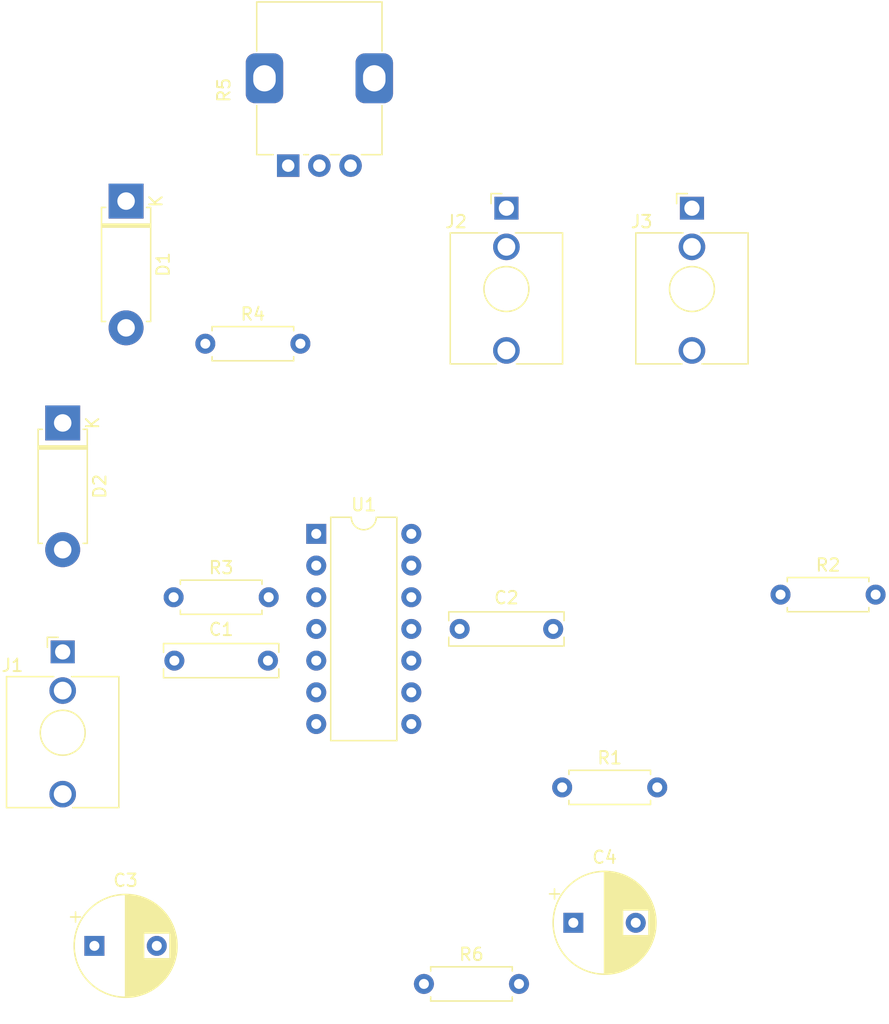
<source format=kicad_pcb>
(kicad_pcb (version 20211014) (generator pcbnew)
  (layers (0 "F.Cu" signal) (31 "B.Cu" signal) (34 "B.Paste" user) (35 "F.Paste" user) (36 "B.SilkS" user "B.Silkscreen") (37 "F.SilkS" user "F.Silkscreen") (38 "B.Mask" user) (39 "F.Mask" user) (44 "Edge.Cuts" user))
  (net 0 "")
  (net 1 "+12V")
  (net 2 "Net-(C1-Pad2)")
  (net 3 "Net-(C2-Pad1)")
  (net 4 "-12V")
  (net 5 "Net-(C3-Pad1)")
  (net 6 "Net-(C3-Pad2)")
  (net 7 "Net-(C4-Pad1)")
  (net 8 "Net-(C4-Pad2)")
  (net 9 "Net-(D1-Pad2)")
  (net 10 "GND")
  (net 11 "preamp out")
  (net 12 "Net-(R1-Pad1)")
  (net 13 "Net-(R4-Pad2)")
  (net 15 "preamp1")
  (footprint "Capacitor_THT:CP_Radial_D8.0mm_P5.00mm" (layer "F.Cu") (at 170.464698 97.21)
    (fp_text reference "C4" (at 2.5 -5.25) (layer "F.SilkS"))
    (fp_text value "10uF")
    (fp_line (start 4.461 1.04) (end 4.461 3.584) (layer "F.SilkS") (width 0.12))
    (fp_line (start 3.381 -3.985) (end 3.381 3.985) (layer "F.SilkS") (width 0.12))
    (fp_line (start 5.541 -2.741) (end 5.541 -1.04) (layer "F.SilkS") (width 0.12))
    (fp_line (start 5.061 -3.189) (end 5.061 -1.04) (layer "F.SilkS") (width 0.12))
    (fp_line (start 2.62 -4.079) (end 2.62 4.079) (layer "F.SilkS") (width 0.12))
    (fp_line (start 3.541 -3.947) (end 3.541 3.947) (layer "F.SilkS") (width 0.12))
    (fp_line (start 2.54 -4.08) (end 2.54 4.08) (layer "F.SilkS") (width 0.12))
    (fp_line (start 2.86 -4.065) (end 2.86 4.065) (layer "F.SilkS") (width 0.12))
    (fp_line (start -1.509698 -2.715) (end -1.509698 -1.915) (layer "F.SilkS") (width 0.12))
    (fp_line (start 4.541 1.04) (end 4.541 3.54) (layer "F.SilkS") (width 0.12))
    (fp_line (start 4.501 -3.562) (end 4.501 -1.04) (layer "F.SilkS") (width 0.12))
    (fp_line (start 5.301 -2.983) (end 5.301 -1.04) (layer "F.SilkS") (width 0.12))
    (fp_line (start 3.581 -3.936) (end 3.581 3.936) (layer "F.SilkS") (width 0.12))
    (fp_line (start 2.5 -4.08) (end 2.5 4.08) (layer "F.SilkS") (width 0.12))
    (fp_line (start 5.861 -2.345) (end 5.861 -1.04) (layer "F.SilkS") (width 0.12))
    (fp_line (start 4.941 1.04) (end 4.941 3.28) (layer "F.SilkS") (width 0.12))
    (fp_line (start 6.461 -1.098) (end 6.461 1.098) (layer "F.SilkS") (width 0.12))
    (fp_line (start 5.941 -2.228) (end 5.941 -1.04) (layer "F.SilkS") (width 0.12))
    (fp_line (start 6.101 -1.964) (end 6.101 1.964) (layer "F.SilkS") (width 0.12))
    (fp_line (start 4.981 1.04) (end 4.981 3.25) (layer "F.SilkS") (width 0.12))
    (fp_line (start 5.181 -3.09) (end 5.181 -1.04) (layer "F.SilkS") (width 0.12))
    (fp_line (start 5.141 -3.124) (end 5.141 -1.04) (layer "F.SilkS") (width 0.12))
    (fp_line (start 4.421 -3.606) (end 4.421 -1.04) (layer "F.SilkS") (width 0.12))
    (fp_line (start 4.061 -3.774) (end 4.061 -1.04) (layer "F.SilkS") (width 0.12))
    (fp_line (start 5.981 1.04) (end 5.981 2.166) (layer "F.SilkS") (width 0.12))
    (fp_line (start 5.981 -2.166) (end 5.981 -1.04) (layer "F.SilkS") (width 0.12))
    (fp_line (start 4.741 1.04) (end 4.741 3.418) (layer "F.SilkS") (width 0.12))
    (fp_line (start 5.261 1.04) (end 5.261 3.019) (layer "F.SilkS") (width 0.12))
    (fp_line (start 4.141 -3.74) (end 4.141 -1.04) (layer "F.SilkS") (width 0.12))
    (fp_line (start 2.94 -4.057) (end 2.94 4.057) (layer "F.SilkS") (width 0.12))
    (fp_line (start 5.101 -3.156) (end 5.101 -1.04) (layer "F.SilkS") (width 0.12))
    (fp_line (start 4.781 1.04) (end 4.781 3.392) (layer "F.SilkS") (width 0.12))
    (fp_line (start 6.021 -2.102) (end 6.021 -1.04) (layer "F.SilkS") (width 0.12))
    (fp_line (start 3.301 -4.002) (end 3.301 4.002) (layer "F.SilkS") (width 0.12))
    (fp_line (start 5.621 -2.651) (end 5.621 -1.04) (layer "F.SilkS") (width 0.12))
    (fp_line (start 5.541 1.04) (end 5.541 2.741) (layer "F.SilkS") (width 0.12))
    (fp_line (start 4.061 1.04) (end 4.061 3.774) (layer "F.SilkS") (width 0.12))
    (fp_line (start 5.461 1.04) (end 5.461 2.826) (layer "F.SilkS") (width 0.12))
    (fp_line (start 5.261 -3.019) (end 5.261 -1.04) (layer "F.SilkS") (width 0.12))
    (fp_line (start 3.661 -3.914) (end 3.661 3.914) (layer "F.SilkS") (width 0.12))
    (fp_line (start 5.381 -2.907) (end 5.381 -1.04) (layer "F.SilkS") (width 0.12))
    (fp_line (start 4.101 1.04) (end 4.101 3.757) (layer "F.SilkS") (width 0.12))
    (fp_line (start 5.701 1.04) (end 5.701 2.556) (layer "F.SilkS") (width 0.12))
    (fp_line (start 4.301 -3.666) (end 4.301 -1.04) (layer "F.SilkS") (width 0.12))
    (fp_line (start 5.221 1.04) (end 5.221 3.055) (layer "F.SilkS") (width 0.12))
    (fp_line (start 4.021 -3.79) (end 4.021 -1.04) (layer "F.SilkS") (width 0.12))
    (fp_line (start 3.781 -3.877) (end 3.781 3.877) (layer "F.SilkS") (width 0.12))
    (fp_line (start 4.021 1.04) (end 4.021 3.79) (layer "F.SilkS") (width 0.12))
    (fp_line (start 3.741 -3.889) (end 3.741 3.889) (layer "F.SilkS") (width 0.12))
    (fp_line (start 6.261 -1.645) (end 6.261 1.645) (layer "F.SilkS") (width 0.12))
    (fp_line (start 4.861 1.04) (end 4.861 3.338) (layer "F.SilkS") (width 0.12))
    (fp_line (start 6.581 -0.533) (end 6.581 0.533) (layer "F.SilkS") (width 0.12))
    (fp_line (start 5.101 1.04) (end 5.101 3.156) (layer "F.SilkS") (width 0.12))
    (fp_line (start 5.501 -2.784) (end 5.501 -1.04) (layer "F.SilkS") (width 0.12))
    (fp_line (start 5.461 -2.826) (end 5.461 -1.04) (layer "F.SilkS") (width 0.12))
    (fp_line (start 4.421 1.04) (end 4.421 3.606) (layer "F.SilkS") (width 0.12))
    (fp_line (start 5.861 1.04) (end 5.861 2.345) (layer "F.SilkS") (width 0.12))
    (fp_line (start 6.421 -1.229) (end 6.421 1.229) (layer "F.SilkS") (width 0.12))
    (fp_line (start 4.301 1.04) (end 4.301 3.666) (layer "F.SilkS") (width 0.12))
    (fp_line (start 5.821 1.04) (end 5.821 2.4) (layer "F.SilkS") (width 0.12))
    (fp_line (start 4.621 -3.493) (end 4.621 -1.04) (layer "F.SilkS") (width 0.12))
    (fp_line (start 4.981 -3.25) (end 4.981 -1.04) (layer "F.SilkS") (width 0.12))
    (fp_line (start 4.661 1.04) (end 4.661 3.469) (layer "F.SilkS") (width 0.12))
    (fp_line (start 4.701 1.04) (end 4.701 3.444) (layer "F.SilkS") (width 0.12))
    (fp_line (start 5.581 1.04) (end 5.581 2.697) (layer "F.SilkS") (width 0.12))
    (fp_line (start 3.861 -3.85) (end 3.861 3.85) (layer "F.SilkS") (width 0.12))
    (fp_line (start 4.821 1.04) (end 4.821 3.365) (layer "F.SilkS") (width 0.12))
    (fp_line (start 4.621 1.04) (end 4.621 3.493) (layer "F.SilkS") (width 0.12))
    (fp_line (start 6.541 -0.768) (end 6.541 0.768) (layer "F.SilkS") (width 0.12))
    (fp_line (start 2.82 -4.068) (end 2.82 4.068) (layer "F.SilkS") (width 0.12))
    (fp_line (start 3.14 -4.03) (end 3.14 4.03) (layer "F.SilkS") (width 0.12))
    (fp_line (start 3.261 -4.01) (end 3.261 4.01) (layer "F.SilkS") (width 0.12))
    (fp_line (start 4.781 -3.392) (end 4.781 -1.04) (layer "F.SilkS") (width 0.12))
    (fp_line (start 5.901 -2.287) (end 5.901 -1.04) (layer "F.SilkS") (width 0.12))
    (fp_line (start 5.741 -2.505) (end 5.741 -1.04) (layer "F.SilkS") (width 0.12))
    (fp_line (start 5.501 1.04) (end 5.501 2.784) (layer "F.SilkS") (width 0.12))
    (fp_line (start 4.501 1.04) (end 4.501 3.562) (layer "F.SilkS") (width 0.12))
    (fp_line (start 4.541 -3.54) (end 4.541 -1.04) (layer "F.SilkS") (width 0.12))
    (fp_line (start 2.78 -4.071) (end 2.78 4.071) (layer "F.SilkS") (width 0.12))
    (fp_line (start 5.581 -2.697) (end 5.581 -1.04) (layer "F.SilkS") (width 0.12))
    (fp_line (start 5.141 1.04) (end 5.141 3.124) (layer "F.SilkS") (width 0.12))
    (fp_line (start 5.661 1.04) (end 5.661 2.604) (layer "F.SilkS") (width 0.12))
    (fp_line (start 3.821 -3.863) (end 3.821 3.863) (layer "F.SilkS") (width 0.12))
    (fp_line (start -1.909698 -2.315) (end -1.109698 -2.315) (layer "F.SilkS") (width 0.12))
    (fp_line (start 3.421 -3.976) (end 3.421 3.976) (layer "F.SilkS") (width 0.12))
    (fp_line (start 5.701 -2.556) (end 5.701 -1.04) (layer "F.SilkS") (width 0.12))
    (fp_line (start 4.261 1.04) (end 4.261 3.686) (layer "F.SilkS") (width 0.12))
    (fp_line (start 4.581 -3.517) (end 4.581 -1.04) (layer "F.SilkS") (width 0.12))
    (fp_line (start 4.341 -3.647) (end 4.341 -1.04) (layer "F.SilkS") (width 0.12))
    (fp_line (start 4.901 1.04) (end 4.901 3.309) (layer "F.SilkS") (width 0.12))
    (fp_line (start 2.58 -4.08) (end 2.58 4.08) (layer "F.SilkS") (width 0.12))
    (fp_line (start 4.381 -3.627) (end 4.381 -1.04) (layer "F.SilkS") (width 0.12))
    (fp_line (start 3.341 -3.994) (end 3.341 3.994) (layer "F.SilkS") (width 0.12))
    (fp_line (start 3.461 -3.967) (end 3.461 3.967) (layer "F.SilkS") (width 0.12))
    (fp_line (start 4.901 -3.309) (end 4.901 -1.04) (layer "F.SilkS") (width 0.12))
    (fp_line (start 3.02 -4.048) (end 3.02 4.048) (layer "F.SilkS") (width 0.12))
    (fp_line (start 4.661 -3.469) (end 4.661 -1.04) (layer "F.SilkS") (width 0.12))
    (fp_line (start 4.461 -3.584) (end 4.461 -1.04) (layer "F.SilkS") (width 0.12))
    (fp_line (start 2.98 -4.052) (end 2.98 4.052) (layer "F.SilkS") (width 0.12))
    (fp_line (start 3.221 -4.017) (end 3.221 4.017) (layer "F.SilkS") (width 0.12))
    (fp_line (start 2.74 -4.074) (end 2.74 4.074) (layer "F.SilkS") (width 0.12))
    (fp_line (start 4.101 -3.757) (end 4.101 -1.04) (layer "F.SilkS") (width 0.12))
    (fp_line (start 3.1 -4.037) (end 3.1 4.037) (layer "F.SilkS") (width 0.12))
    (fp_line (start 4.821 -3.365) (end 4.821 -1.04) (layer "F.SilkS") (width 0.12))
    (fp_line (start 6.141 -1.89) (end 6.141 1.89) (layer "F.SilkS") (width 0.12))
    (fp_line (start 3.621 -3.925) (end 3.621 3.925) (layer "F.SilkS") (width 0.12))
    (fp_line (start 5.341 1.04) (end 5.341 2.945) (layer "F.SilkS") (width 0.12))
    (fp_line (start 4.581 1.04) (end 4.581 3.517) (layer "F.SilkS") (width 0.12))
    (fp_line (start 5.021 1.04) (end 5.021 3.22) (layer "F.SilkS") (width 0.12))
    (fp_line (start 4.221 -3.704) (end 4.221 -1.04) (layer "F.SilkS") (width 0.12))
    (fp_line (start 6.061 -2.034) (end 6.061 2.034) (layer "F.SilkS") (width 0.12))
    (fp_line (start 5.621 1.04) (end 5.621 2.651) (layer "F.SilkS") (width 0.12))
    (fp_line (start 3.981 1.04) (end 3.981 3.805) (layer "F.SilkS") (width 0.12))
    (fp_line (start 4.701 -3.444) (end 4.701 -1.04) (layer "F.SilkS") (width 0.12))
    (fp_line (start 5.341 -2.945) (end 5.341 -1.04) (layer "F.SilkS") (width 0.12))
    (fp_line (start 6.301 -1.552) (end 6.301 1.552) (layer "F.SilkS") (width 0.12))
    (fp_line (start 6.221 -1.731) (end 6.221 1.731) (layer "F.SilkS") (width 0.12))
    (fp_line (start 5.421 1.04) (end 5.421 2.867) (layer "F.SilkS") (width 0.12))
    (fp_line (start 3.06 -4.042) (end 3.06 4.042) (layer "F.SilkS") (width 0.12))
    (fp_line (start 4.341 1.04) (end 4.341 3.647) (layer "F.SilkS") (width 0.12))
    (fp_line (start 2.7 -4.076) (end 2.7 4.076) (layer "F.SilkS") (width 0.12))
    (fp_line (start 5.061 1.04) (end 5.061 3.189) (layer "F.SilkS") (width 0.12))
    (fp_line (start 5.781 1.04) (end 5.781 2.454) (layer "F.SilkS") (width 0.12))
    (fp_line (start 4.181 1.04) (end 4.181 3.722) (layer "F.SilkS") (width 0.12))
    (fp_line (start 2.66 -4.077) (end 2.66 4.077) (layer "F.SilkS") (width 0.12))
    (fp_line (start 5.821 -2.4) (end 5.821 -1.04) (layer "F.SilkS") (width 0.12))
    (fp_line (start 5.781 -2.454) (end 5.781 -1.04) (layer "F.SilkS") (width 0.12))
    (fp_line (start 6.341 -1.453) (end 6.341 1.453) (layer "F.SilkS") (width 0.12))
    (fp_line (start 3.701 -3.902) (end 3.701 3.902) (layer "F.SilkS") (width 0.12))
    (fp_line (start 5.661 -2.604) (end 5.661 -1.04) (layer "F.SilkS") (width 0.12))
    (fp_line (start 5.381 1.04) (end 5.381 2.907) (layer "F.SilkS") (width 0.12))
    (fp_line (start 3.941 -3.821) (end 3.941 3.821) (layer "F.SilkS") (width 0.12))
    (fp_line (start 4.181 -3.722) (end 4.181 -1.04) (layer "F.SilkS") (width 0.12))
    (fp_line (start 4.221 1.04) (end 4.221 3.704) (layer "F.SilkS") (width 0.12))
    (fp_line (start 6.021 1.04) (end 6.021 2.102) (layer "F.SilkS") (width 0.12))
    (fp_line (start 2.9 -4.061) (end 2.9 4.061) (layer "F.SilkS") (width 0.12))
    (fp_line (start 4.381 1.04) (end 4.381 3.627) (layer "F.SilkS") (width 0.12))
    (fp_line (start 3.501 -3.957) (end 3.501 3.957) (layer "F.SilkS") (width 0.12))
    (fp_line (start 5.021 -3.22) (end 5.021 -1.04) (layer "F.SilkS") (width 0.12))
    (fp_line (start 3.18 -4.024) (end 3.18 4.024) (layer "F.SilkS") (width 0.12))
    (fp_line (start 6.501 -0.948) (end 6.501 0.948) (layer "F.SilkS") (width 0.12))
    (fp_line (start 4.261 -3.686) (end 4.261 -1.04) (layer "F.SilkS") (width 0.12))
    (fp_line (start 5.741 1.04) (end 5.741 2.505) (layer "F.SilkS") (width 0.12))
    (fp_line (start 3.901 -3.835) (end 3.901 3.835) (layer "F.SilkS") (width 0.12))
    (fp_line (start 5.901 1.04) (end 5.901 2.287) (layer "F.SilkS") (width 0.12))
    (fp_line (start 4.741 -3.418) (end 4.741 -1.04) (layer "F.SilkS") (width 0.12))
    (fp_line (start 4.861 -3.338) (end 4.861 -1.04) (layer "F.SilkS") (width 0.12))
    (fp_line (start 5.941 1.04) (end 5.941 2.228) (layer "F.SilkS") (width 0.12))
    (fp_line (start 5.301 1.04) (end 5.301 2.983) (layer "F.SilkS") (width 0.12))
    (fp_line (start 4.941 -3.28) (end 4.941 -1.04) (layer "F.SilkS") (width 0.12))
    (fp_line (start 5.421 -2.867) (end 5.421 -1.04) (layer "F.SilkS") (width 0.12))
    (fp_line (start 5.221 -3.055) (end 5.221 -1.04) (layer "F.SilkS") (width 0.12))
    (fp_line (start 3.981 -3.805) (end 3.981 -1.04) (layer "F.SilkS") (width 0.12))
    (fp_line (start 6.181 -1.813) (end 6.181 1.813) (layer "F.SilkS") (width 0.12))
    (fp_line (start 5.181 1.04) (end 5.181 3.09) (layer "F.SilkS") (width 0.12))
    (fp_line (start 4.141 1.04) (end 4.141 3.74) (layer "F.SilkS") (width 0.12))
    (fp_line (start 6.381 -1.346) (end 6.381 1.346) (layer "F.SilkS") (width 0.12))
    (fp_circle (center 2.5 0) (end 6.62 0) (layer "F.SilkS") (width 0.12) (fill none))
    (pad "1" thru_hole rect (at 0 0) (size 1.6 1.6) (drill 0.8) (layers *.Cu *.Mask) (net 7 "Net-(C4-Pad1)"))
    (pad "2" thru_hole circle (at 5 0) (size 1.6 1.6) (drill 0.8) (layers *.Cu *.Mask) (net 8 "Net-(C4-Pad2)"))
  )
  (footprint "Capacitor_THT:C_Rect_L9.0mm_W2.5mm_P7.50mm_MKT" (layer "F.Cu") (at 138.49 76.2)
    (fp_text reference "C1" (at 3.75 -2.5) (layer "F.SilkS"))
    (fp_text value "100nF")
    (fp_line (start 8.37 0.665) (end 8.37 1.37) (layer "F.SilkS") (width 0.12))
    (fp_line (start -0.87 -1.37) (end 8.37 -1.37) (layer "F.SilkS") (width 0.12))
    (fp_line (start -0.87 -1.37) (end -0.87 -0.665) (layer "F.SilkS") (width 0.12))
    (fp_line (start -0.87 1.37) (end 8.37 1.37) (layer "F.SilkS") (width 0.12))
    (fp_line (start -0.87 0.665) (end -0.87 1.37) (layer "F.SilkS") (width 0.12))
    (fp_line (start 8.37 -1.37) (end 8.37 -0.665) (layer "F.SilkS") (width 0.12))
    (pad "1" thru_hole circle (at 0 0) (size 1.6 1.6) (drill 0.8) (layers *.Cu *.Mask) (net 1 "+12V"))
    (pad "2" thru_hole circle (at 7.5 0) (size 1.6 1.6) (drill 0.8) (layers *.Cu *.Mask) (net 2 "Net-(C1-Pad2)"))
  )
  (footprint "Resistor_THT:R_Axial_DIN0207_L6.3mm_D2.5mm_P7.62mm_Horizontal" (layer "F.Cu") (at 140.97 50.8)
    (fp_text reference "R4" (at 3.81 -2.37) (layer "F.SilkS"))
    (fp_text value "1k")
    (fp_line (start 0.54 1.37) (end 7.08 1.37) (layer "F.SilkS") (width 0.12))
    (fp_line (start 0.54 -1.37) (end 7.08 -1.37) (layer "F.SilkS") (width 0.12))
    (fp_line (start 0.54 -1.04) (end 0.54 -1.37) (layer "F.SilkS") (width 0.12))
    (fp_line (start 0.54 1.04) (end 0.54 1.37) (layer "F.SilkS") (width 0.12))
    (fp_line (start 7.08 -1.37) (end 7.08 -1.04) (layer "F.SilkS") (width 0.12))
    (fp_line (start 7.08 1.37) (end 7.08 1.04) (layer "F.SilkS") (width 0.12))
    (pad "1" thru_hole circle (at 0 0) (size 1.6 1.6) (drill 0.8) (layers *.Cu *.Mask) (net 9 "Net-(D1-Pad2)"))
    (pad "2" thru_hole oval (at 7.62 0) (size 1.6 1.6) (drill 0.8) (layers *.Cu *.Mask) (net 13 "Net-(R4-Pad2)"))
  )
  (footprint "Package_DIP:DIP-14_W7.62mm" (layer "F.Cu") (at 149.86 66.04)
    (fp_text reference "U1" (at 3.81 -2.33) (layer "F.SilkS"))
    (fp_text value "TL074")
    (fp_line (start 1.16 16.57) (end 6.46 16.57) (layer "F.SilkS") (width 0.12))
    (fp_line (start 6.46 16.57) (end 6.46 -1.33) (layer "F.SilkS") (width 0.12))
    (fp_line (start 2.81 -1.33) (end 1.16 -1.33) (layer "F.SilkS") (width 0.12))
    (fp_line (start 1.16 -1.33) (end 1.16 16.57) (layer "F.SilkS") (width 0.12))
    (fp_line (start 6.46 -1.33) (end 4.81 -1.33) (layer "F.SilkS") (width 0.12))
    (fp_arc (start 4.81 -1.33) (mid 3.81 -0.33) (end 2.81 -1.33) (layer "F.SilkS") (width 0.12))
    (pad "1" thru_hole rect (at 0 0) (size 1.6 1.6) (drill 0.8) (layers *.Cu *.Mask) (net 7 "Net-(C4-Pad1)"))
    (pad "2" thru_hole oval (at 0 2.54) (size 1.6 1.6) (drill 0.8) (layers *.Cu *.Mask))
    (pad "3" thru_hole oval (at 0 5.08) (size 1.6 1.6) (drill 0.8) (layers *.Cu *.Mask) (net 10 "GND"))
    (pad "4" thru_hole oval (at 0 7.62) (size 1.6 1.6) (drill 0.8) (layers *.Cu *.Mask) (net 2 "Net-(C1-Pad2)"))
    (pad "5" thru_hole oval (at 0 10.16) (size 1.6 1.6) (drill 0.8) (layers *.Cu *.Mask))
    (pad "6" thru_hole oval (at 0 12.7) (size 1.6 1.6) (drill 0.8) (layers *.Cu *.Mask))
    (pad "7" thru_hole oval (at 0 15.24) (size 1.6 1.6) (drill 0.8) (layers *.Cu *.Mask))
    (pad "8" thru_hole oval (at 7.62 15.24) (size 1.6 1.6) (drill 0.8) (layers *.Cu *.Mask))
    (pad "9" thru_hole oval (at 7.62 12.7) (size 1.6 1.6) (drill 0.8) (layers *.Cu *.Mask))
    (pad "10" thru_hole oval (at 7.62 10.16) (size 1.6 1.6) (drill 0.8) (layers *.Cu *.Mask))
    (pad "11" thru_hole oval (at 7.62 7.62) (size 1.6 1.6) (drill 0.8) (layers *.Cu *.Mask) (net 3 "Net-(C2-Pad1)"))
    (pad "12" thru_hole oval (at 7.62 5.08) (size 1.6 1.6) (drill 0.8) (layers *.Cu *.Mask) (net 15 "preamp1"))
    (pad "13" thru_hole oval (at 7.62 2.54) (size 1.6 1.6) (drill 0.8) (layers *.Cu *.Mask) (net 12 "Net-(R1-Pad1)"))
    (pad "14" thru_hole oval (at 7.62 0) (size 1.6 1.6) (drill 0.8) (layers *.Cu *.Mask) (net 5 "Net-(C3-Pad1)"))
  )
  (footprint "Resistor_THT:R_Axial_DIN0207_L6.3mm_D2.5mm_P7.62mm_Horizontal" (layer "F.Cu") (at 138.43 71.12)
    (fp_text reference "R3" (at 3.81 -2.37) (layer "F.SilkS"))
    (fp_text value "1M")
    (fp_line (start 0.54 -1.04) (end 0.54 -1.37) (layer "F.SilkS") (width 0.12))
    (fp_line (start 7.08 1.37) (end 7.08 1.04) (layer "F.SilkS") (width 0.12))
    (fp_line (start 0.54 1.04) (end 0.54 1.37) (layer "F.SilkS") (width 0.12))
    (fp_line (start 0.54 1.37) (end 7.08 1.37) (layer "F.SilkS") (width 0.12))
    (fp_line (start 7.08 -1.37) (end 7.08 -1.04) (layer "F.SilkS") (width 0.12))
    (fp_line (start 0.54 -1.37) (end 7.08 -1.37) (layer "F.SilkS") (width 0.12))
    (pad "1" thru_hole circle (at 0 0) (size 1.6 1.6) (drill 0.8) (layers *.Cu *.Mask) (net 9 "Net-(D1-Pad2)"))
    (pad "2" thru_hole oval (at 7.62 0) (size 1.6 1.6) (drill 0.8) (layers *.Cu *.Mask) (net 10 "GND"))
  )
  (footprint "Resistor_THT:R_Axial_DIN0207_L6.3mm_D2.5mm_P7.62mm_Horizontal" (layer "F.Cu") (at 187.07 70.91)
    (fp_text reference "R2" (at 3.81 -2.37) (layer "F.SilkS"))
    (fp_text value "1k")
    (fp_line (start 0.54 1.04) (end 0.54 1.37) (layer "F.SilkS") (width 0.12))
    (fp_line (start 7.08 1.37) (end 7.08 1.04) (layer "F.SilkS") (width 0.12))
    (fp_line (start 0.54 1.37) (end 7.08 1.37) (layer "F.SilkS") (width 0.12))
    (fp_line (start 0.54 -1.37) (end 7.08 -1.37) (layer "F.SilkS") (width 0.12))
    (fp_line (start 7.08 -1.37) (end 7.08 -1.04) (layer "F.SilkS") (width 0.12))
    (fp_line (start 0.54 -1.04) (end 0.54 -1.37) (layer "F.SilkS") (width 0.12))
    (pad "1" thru_hole circle (at 0 0) (size 1.6 1.6) (drill 0.8) (layers *.Cu *.Mask) (net 12 "Net-(R1-Pad1)"))
    (pad "2" thru_hole oval (at 7.62 0) (size 1.6 1.6) (drill 0.8) (layers *.Cu *.Mask) (net 5 "Net-(C3-Pad1)"))
  )
  (footprint "Resistor_THT:R_Axial_DIN0207_L6.3mm_D2.5mm_P7.62mm_Horizontal" (layer "F.Cu") (at 169.57 86.36)
    (fp_text reference "R1" (at 3.81 -2.37) (layer "F.SilkS"))
    (fp_text value "1k")
    (fp_line (start 0.54 1.04) (end 0.54 1.37) (layer "F.SilkS") (width 0.12))
    (fp_line (start 0.54 1.37) (end 7.08 1.37) (layer "F.SilkS") (width 0.12))
    (fp_line (start 0.54 -1.37) (end 7.08 -1.37) (layer "F.SilkS") (width 0.12))
    (fp_line (start 7.08 1.37) (end 7.08 1.04) (layer "F.SilkS") (width 0.12))
    (fp_line (start 7.08 -1.37) (end 7.08 -1.04) (layer "F.SilkS") (width 0.12))
    (fp_line (start 0.54 -1.04) (end 0.54 -1.37) (layer "F.SilkS") (width 0.12))
    (pad "1" thru_hole circle (at 0 0) (size 1.6 1.6) (drill 0.8) (layers *.Cu *.Mask) (net 12 "Net-(R1-Pad1)"))
    (pad "2" thru_hole oval (at 7.62 0) (size 1.6 1.6) (drill 0.8) (layers *.Cu *.Mask) (net 10 "GND"))
  )
  (footprint "Potentiometer_THT:Potentiometer_Alps_RK09K_Single_Vertical" (layer "F.Cu") (at 147.61 36.53 90)
    (fp_text reference "R5" (at 6.05 -5.15 90) (layer "F.SilkS"))
    (fp_text value "10k")
    (fp_line (start 0.88 3.371) (end 0.88 4.13) (layer "F.SilkS") (width 0.12))
    (fp_line (start 9.184 -2.521) (end 13.12 -2.521) (layer "F.SilkS") (width 0.12))
    (fp_line (start 0.88 -2.521) (end 0.88 -1.2) (layer "F.SilkS") (width 0.12))
    (fp_line (start 0.88 1.25) (end 0.88 1.63) (layer "F.SilkS") (width 0.12))
    (fp_line (start 9.184 7.52) (end 13.12 7.52) (layer "F.SilkS") (width 0.12))
    (fp_line (start 0.88 7.52) (end 4.817 7.52) (layer "F.SilkS") (width 0.12))
    (fp_line (start 0.88 -2.521) (end 4.817 -2.521) (layer "F.SilkS") (width 0.12))
    (fp_line (start 13.12 -2.521) (end 13.12 7.52) (layer "F.SilkS") (width 0.12))
    (fp_line (start 0.88 5.87) (end 0.88 7.52) (layer "F.SilkS") (width 0.12))
    (pad "1" thru_hole rect (at 0 0 90) (size 1.8 1.8) (drill 1) (layers *.Cu *.Mask) (net 13 "Net-(R4-Pad2)"))
    (pad "2" thru_hole circle (at 0 2.5 90) (size 1.8 1.8) (drill 1) (layers *.Cu *.Mask) (net 7 "Net-(C4-Pad1)"))
    (pad "3" thru_hole circle (at 0 5 90) (size 1.8 1.8) (drill 1) (layers *.Cu *.Mask))
    (pad "MP" thru_hole roundrect (at 7 -1.9 90) (size 4 3) (drill oval 2.1 1.8) (layers *.Cu *.Mask))
    (pad "MP" thru_hole roundrect (at 7 6.9 90) (size 4 3) (drill oval 2.1 1.8) (layers *.Cu *.Mask))
  )
  (footprint "Capacitor_THT:C_Rect_L9.0mm_W2.5mm_P7.50mm_MKT" (layer "F.Cu") (at 161.35 73.66)
    (fp_text reference "C2" (at 3.75 -2.5) (layer "F.SilkS"))
    (fp_text value "100nF")
    (fp_line (start -0.87 1.37) (end 8.37 1.37) (layer "F.SilkS") (width 0.12))
    (fp_line (start -0.87 -1.37) (end 8.37 -1.37) (layer "F.SilkS") (width 0.12))
    (fp_line (start -0.87 0.665) (end -0.87 1.37) (layer "F.SilkS") (width 0.12))
    (fp_line (start 8.37 -1.37) (end 8.37 -0.665) (layer "F.SilkS") (width 0.12))
    (fp_line (start 8.37 0.665) (end 8.37 1.37) (layer "F.SilkS") (width 0.12))
    (fp_line (start -0.87 -1.37) (end -0.87 -0.665) (layer "F.SilkS") (width 0.12))
    (pad "1" thru_hole circle (at 0 0) (size 1.6 1.6) (drill 0.8) (layers *.Cu *.Mask) (net 3 "Net-(C2-Pad1)"))
    (pad "2" thru_hole circle (at 7.5 0) (size 1.6 1.6) (drill 0.8) (layers *.Cu *.Mask) (net 4 "-12V"))
  )
  (footprint "Diode_THT:D_5W_P10.16mm_Horizontal" (layer "F.Cu") (at 129.54 57.15 -90)
    (fp_text reference "D2" (at 5.08 -2.97 -90) (layer "F.SilkS"))
    (fp_text value "1n4148")
    (fp_text user "K" (at 0 -2.4 -90) (layer "F.SilkS"))
    (fp_line (start 9.65 -1.97) (end 9.65 -1.64) (layer "F.SilkS") (width 0.12))
    (fp_line (start 0.51 -1.64) (end 0.51 -1.97) (layer "F.SilkS") (width 0.12))
    (fp_line (start 9.65 1.97) (end 9.65 1.64) (layer "F.SilkS") (width 0.12))
    (fp_line (start 2.085 -1.97) (end 2.085 1.97) (layer "F.SilkS") (width 0.12))
    (fp_line (start 1.965 -1.97) (end 1.965 1.97) (layer "F.SilkS") (width 0.12))
    (fp_line (start 0.51 1.97) (end 9.65 1.97) (layer "F.SilkS") (width 0.12))
    (fp_line (start 0.51 1.64) (end 0.51 1.97) (layer "F.SilkS") (width 0.12))
    (fp_line (start 1.845 -1.97) (end 1.845 1.97) (layer "F.SilkS") (width 0.12))
    (fp_line (start 0.51 -1.97) (end 9.65 -1.97) (layer "F.SilkS") (width 0.12))
    (pad "1" thru_hole rect (at 0 0 270) (size 2.8 2.8) (drill 1.4) (layers *.Cu *.Mask) (net 9 "Net-(D1-Pad2)"))
    (pad "2" thru_hole oval (at 10.16 0 270) (size 2.8 2.8) (drill 1.4) (layers *.Cu *.Mask) (net 4 "-12V"))
  )
  (footprint "Connector_Audio:Jack_3.5mm_QingPu_WQP-PJ398SM_Vertical_CircularHoles" (layer "F.Cu") (at 179.97 39.94)
    (fp_text reference "J3" (at -4.03 1.08 180) (layer "F.SilkS"))
    (fp_text value "individual out")
    (fp_line (start 4.5 1.98) (end 0.72 1.98) (layer "F.SilkS") (width 0.12))
    (fp_line (start -0.72 1.98) (end -4.5 1.98) (layer "F.SilkS") (width 0.12))
    (fp_line (start 4.5 1.98) (end 4.5 12.48) (layer "F.SilkS") (width 0.12))
    (fp_line (start -4.5 1.98) (end -4.5 12.48) (layer "F.SilkS") (width 0.12))
    (fp_line (start -0.8 12.48) (end -4.5 12.48) (layer "F.SilkS") (width 0.12))
    (fp_line (start -1.23 -1.17) (end -0.37 -1.17) (layer "F.SilkS") (width 0.12))
    (fp_line (start -1.23 -1.17) (end -1.23 -0.37) (layer "F.SilkS") (width 0.12))
    (fp_line (start 4.5 12.48) (end 0.8 12.48) (layer "F.SilkS") (width 0.12))
    (fp_circle (center 0 6.48) (end 1.8 6.48) (layer "F.SilkS") (width 0.12) (fill none))
    (pad "S" thru_hole rect (at 0 0 180) (size 1.93 1.83) (drill 1.22) (layers *.Cu *.Mask) (net 10 "GND"))
    (pad "T" thru_hole circle (at 0 11.4 180) (size 2.13 2.13) (drill 1.43) (layers *.Cu *.Mask) (net 8 "Net-(C4-Pad2)"))
    (pad "TN" thru_hole circle (at 0 3.1 180) (size 2.13 2.13) (drill 1.42) (layers *.Cu *.Mask) (net 11 "preamp out"))
  )
  (footprint "Connector_Audio:Jack_3.5mm_QingPu_WQP-PJ398SM_Vertical_CircularHoles" (layer "F.Cu") (at 129.54 75.5)
    (fp_text reference "J1" (at -4.03 1.08 180) (layer "F.SilkS"))
    (fp_text value "sum out")
    (fp_line (start -1.23 -1.17) (end -0.37 -1.17) (layer "F.SilkS") (width 0.12))
    (fp_line (start -0.8 12.48) (end -4.5 12.48) (layer "F.SilkS") (width 0.12))
    (fp_line (start -4.5 1.98) (end -4.5 12.48) (layer "F.SilkS") (width 0.12))
    (fp_line (start -1.23 -1.17) (end -1.23 -0.37) (layer "F.SilkS") (width 0.12))
    (fp_line (start 4.5 1.98) (end 4.5 12.48) (layer "F.SilkS") (width 0.12))
    (fp_line (start 4.5 1.98) (end 0.72 1.98) (layer "F.SilkS") (width 0.12))
    (fp_line (start -0.72 1.98) (end -4.5 1.98) (layer "F.SilkS") (width 0.12))
    (fp_line (start 4.5 12.48) (end 0.8 12.48) (layer "F.SilkS") (width 0.12))
    (fp_circle (center 0 6.48) (end 1.8 6.48) (layer "F.SilkS") (width 0.12) (fill none))
    (pad "S" thru_hole rect (at 0 0 180) (size 1.93 1.83) (drill 1.22) (layers *.Cu *.Mask) (net 10 "GND"))
    (pad "T" thru_hole circle (at 0 11.4 180) (size 2.13 2.13) (drill 1.43) (layers *.Cu *.Mask) (net 6 "Net-(C3-Pad2)"))
    (pad "TN" thru_hole circle (at 0 3.1 180) (size 2.13 2.13) (drill 1.42) (layers *.Cu *.Mask))
  )
  (footprint "Connector_Audio:Jack_3.5mm_QingPu_WQP-PJ398SM_Vertical_CircularHoles" (layer "F.Cu") (at 165.1 39.94)
    (fp_text reference "J2" (at -4.03 1.08 180) (layer "F.SilkS"))
    (fp_text value "piezo in")
    (fp_line (start 4.5 12.48) (end 0.8 12.48) (layer "F.SilkS") (width 0.12))
    (fp_line (start -0.8 12.48) (end -4.5 12.48) (layer "F.SilkS") (width 0.12))
    (fp_line (start -0.72 1.98) (end -4.5 1.98) (layer "F.SilkS") (width 0.12))
    (fp_line (start 4.5 1.98) (end 4.5 12.48) (layer "F.SilkS") (width 0.12))
    (fp_line (start 4.5 1.98) (end 0.72 1.98) (layer "F.SilkS") (width 0.12))
    (fp_line (start -1.23 -1.17) (end -0.37 -1.17) (layer "F.SilkS") (width 0.12))
    (fp_line (start -1.23 -1.17) (end -1.23 -0.37) (layer "F.SilkS") (width 0.12))
    (fp_line (start -4.5 1.98) (end -4.5 12.48) (layer "F.SilkS") (width 0.12))
    (fp_circle (center 0 6.48) (end 1.8 6.48) (layer "F.SilkS") (width 0.12) (fill none))
    (pad "S" thru_hole rect (at 0 0 180) (size 1.93 1.83) (drill 1.22) (layers *.Cu *.Mask) (net 10 "GND"))
    (pad "T" thru_hole circle (at 0 11.4 180) (size 2.13 2.13) (drill 1.43) (layers *.Cu *.Mask) (net 9 "Net-(D1-Pad2)"))
    (pad "TN" thru_hole circle (at 0 3.1 180) (size 2.13 2.13) (drill 1.42) (layers *.Cu *.Mask) (net 10 "GND"))
  )
  (footprint "Diode_THT:D_5W_P10.16mm_Horizontal" (layer "F.Cu") (at 134.62 39.37 -90)
    (fp_text reference "D1" (at 5.08 -2.97 -90) (layer "F.SilkS"))
    (fp_text value "1n4148")
    (fp_text user "K" (at 0 -2.4 -90) (layer "F.SilkS"))
    (fp_line (start 0.51 1.97) (end 9.65 1.97) (layer "F.SilkS") (width 0.12))
    (fp_line (start 9.65 1.97) (end 9.65 1.64) (layer "F.SilkS") (width 0.12))
    (fp_line (start 1.965 -1.97) (end 1.965 1.97) (layer "F.SilkS") (width 0.12))
    (fp_line (start 0.51 -1.97) (end 9.65 -1.97) (layer "F.SilkS") (width 0.12))
    (fp_line (start 0.51 1.64) (end 0.51 1.97) (layer "F.SilkS") (width 0.12))
    (fp_line (start 0.51 -1.64) (end 0.51 -1.97) (layer "F.SilkS") (width 0.12))
    (fp_line (start 1.845 -1.97) (end 1.845 1.97) (layer "F.SilkS") (width 0.12))
    (fp_line (start 9.65 -1.97) (end 9.65 -1.64) (layer "F.SilkS") (width 0.12))
    (fp_line (start 2.085 -1.97) (end 2.085 1.97) (layer "F.SilkS") (width 0.12))
    (pad "1" thru_hole rect (at 0 0 270) (size 2.8 2.8) (drill 1.4) (layers *.Cu *.Mask) (net 1 "+12V"))
    (pad "2" thru_hole oval (at 10.16 0 270) (size 2.8 2.8) (drill 1.4) (layers *.Cu *.Mask) (net 9 "Net-(D1-Pad2)"))
  )
  (footprint "Resistor_THT:R_Axial_DIN0207_L6.3mm_D2.5mm_P7.62mm_Horizontal" (layer "F.Cu") (at 158.49 102.11)
    (fp_text reference "R6" (at 3.81 -2.37) (layer "F.SilkS"))
    (fp_text value "250ohm")
    (fp_line (start 0.54 1.37) (end 7.08 1.37) (layer "F.SilkS") (width 0.12))
    (fp_line (start 7.08 1.37) (end 7.08 1.04) (layer "F.SilkS") (width 0.12))
    (fp_line (start 7.08 -1.37) (end 7.08 -1.04) (layer "F.SilkS") (width 0.12))
    (fp_line (start 0.54 -1.37) (end 7.08 -1.37) (layer "F.SilkS") (width 0.12))
    (fp_line (start 0.54 -1.04) (end 0.54 -1.37) (layer "F.SilkS") (width 0.12))
    (fp_line (start 0.54 1.04) (end 0.54 1.37) (layer "F.SilkS") (width 0.12))
    (pad "1" thru_hole circle (at 0 0) (size 1.6 1.6) (drill 0.8) (layers *.Cu *.Mask) (net 8 "Net-(C4-Pad2)"))
    (pad "2" thru_hole oval (at 7.62 0) (size 1.6 1.6) (drill 0.8) (layers *.Cu *.Mask) (net 10 "GND"))
  )
  (footprint "Capacitor_THT:CP_Radial_D8.0mm_P5.00mm" (layer "F.Cu") (at 132.08 99.06)
    (fp_text reference "C3" (at 2.5 -5.25) (layer "F.SilkS"))
    (fp_text value "10uF")
    (fp_line (start 3.901 -3.835) (end 3.901 3.835) (layer "F.SilkS") (width 0.12))
    (fp_line (start 4.421 -3.606) (end 4.421 -1.04) (layer "F.SilkS") (width 0.12))
    (fp_line (start 4.981 -3.25) (end 4.981 -1.04) (layer "F.SilkS") (width 0.12))
    (fp_line (start 4.701 -3.444) (end 4.701 -1.04) (layer "F.SilkS") (width 0.12))
    (fp_line (start 4.301 -3.666) (end 4.301 -1.04) (layer "F.SilkS") (width 0.12))
    (fp_line (start 4.861 1.04) (end 4.861 3.338) (layer "F.SilkS") (width 0.12))
    (fp_line (start 4.901 -3.309) (end 4.901 -1.04) (layer "F.SilkS") (width 0.12))
    (fp_line (start 5.141 -3.124) (end 5.141 -1.04) (layer "F.SilkS") (width 0.12))
    (fp_line (start 4.141 1.04) (end 4.141 3.74) (layer "F.SilkS") (width 0.12))
    (fp_line (start 5.341 -2.945) (end 5.341 -1.04) (layer "F.SilkS") (width 0.12))
    (fp_line (start 3.781 -3.877) (end 3.781 3.877) (layer "F.SilkS") (width 0.12))
    (fp_line (start 4.821 -3.365) (end 4.821 -1.04) (layer "F.SilkS") (width 0.12))
    (fp_line (start 3.381 -3.985) (end 3.381 3.985) (layer "F.SilkS") (width 0.12))
    (fp_line (start 6.541 -0.768) (end 6.541 0.768) (layer "F.SilkS") (width 0.12))
    (fp_line (start 5.461 -2.826) (end 5.461 -1.04) (layer "F.SilkS") (width 0.12))
    (fp_line (start 5.061 -3.189) (end 5.061 -1.04) (layer "F.SilkS") (width 0.12))
    (fp_line (start 3.621 -3.925) (end 3.621 3.925) (layer "F.SilkS") (width 0.12))
    (fp_line (start 3.501 -3.957) (end 3.501 3.957) (layer "F.SilkS") (width 0.12))
    (fp_line (start 5.381 1.04) (end 5.381 2.907) (layer "F.SilkS") (width 0.12))
    (fp_line (start 5.061 1.04) (end 5.061 3.189) (layer "F.SilkS") (width 0.12))
    (fp_line (start -1.909698 -2.315) (end -1.109698 -2.315) (layer "F.SilkS") (width 0.12))
    (fp_line (start 4.741 -3.418) (end 4.741 -1.04) (layer "F.SilkS") (width 0.12))
    (fp_line (start 5.301 -2.983) (end 5.301 -1.04) (layer "F.SilkS") (width 0.12))
    (fp_line (start 6.021 1.04) (end 6.021 2.102) (layer "F.SilkS") (width 0.12))
    (fp_line (start 4.341 -3.647) (end 4.341 -1.04) (layer "F.SilkS") (width 0.12))
    (fp_line (start 5.661 -2.604) (end 5.661 -1.04) (layer "F.SilkS") (width 0.12))
    (fp_line (start 5.461 1.04) (end 5.461 2.826) (layer "F.SilkS") (width 0.12))
    (fp_line (start 4.501 -3.562) (end 4.501 -1.04) (layer "F.SilkS") (width 0.12))
    (fp_line (start 3.02 -4.048) (end 3.02 4.048) (layer "F.SilkS") (width 0.12))
    (fp_line (start 4.301 1.04) (end 4.301 3.666) (layer "F.SilkS") (width 0.12))
    (fp_line (start 3.581 -3.936) (end 3.581 3.936) (layer "F.SilkS") (width 0.12))
    (fp_line (start 2.74 -4.074) (end 2.74 4.074) (layer "F.SilkS") (width 0.12))
    (fp_line (start 4.421 1.04) (end 4.421 3.606) (layer "F.SilkS") (width 0.12))
    (fp_line (start 4.581 -3.517) (end 4.581 -1.04) (layer "F.SilkS") (width 0.12))
    (fp_line (start 6.301 -1.552) (end 6.301 1.552) (layer "F.SilkS") (width 0.12))
    (fp_line (start 4.781 -3.392) (end 4.781 -1.04) (layer "F.SilkS") (width 0.12))
    (fp_line (start 5.621 1.04) (end 5.621 2.651) (layer "F.SilkS") (width 0.12))
    (fp_line (start 3.341 -3.994) (end 3.341 3.994) (layer "F.SilkS") (width 0.12))
    (fp_line (start 4.781 1.04) (end 4.781 3.392) (layer "F.SilkS") (width 0.12))
    (fp_line (start 4.541 1.04) (end 4.541 3.54) (layer "F.SilkS") (width 0.12))
    (fp_line (start 4.381 -3.627) (end 4.381 -1.04) (layer "F.SilkS") (width 0.12))
    (fp_line (start 3.821 -3.863) (end 3.821 3.863) (layer "F.SilkS") (width 0.12))
    (fp_line (start 5.581 1.04) (end 5.581 2.697) (layer "F.SilkS") (width 0.12))
    (fp_line (start 2.86 -4.065) (end 2.86 4.065) (layer "F.SilkS") (width 0.12))
    (fp_line (start 5.621 -2.651) (end 5.621 -1.04) (layer "F.SilkS") (width 0.12))
    (fp_line (start 5.341 1.04) (end 5.341 2.945) (layer "F.SilkS") (width 0.12))
    (fp_line (start 2.54 -4.08) (end 2.54 4.08) (layer "F.SilkS") (width 0.12))
    (fp_line (start 4.021 -3.79) (end 4.021 -1.04) (layer "F.SilkS") (width 0.12))
    (fp_line (start 6.421 -1.229) (end 6.421 1.229) (layer "F.SilkS") (width 0.12))
    (fp_line (start 2.78 -4.071) (end 2.78 4.071) (layer "F.SilkS") (width 0.12))
    (fp_line (start 4.821 1.04) (end 4.821 3.365) (layer "F.SilkS") (width 0.12))
    (fp_line (start 2.5 -4.08) (end 2.5 4.08) (layer "F.SilkS") (width 0.12))
    (fp_line (start 5.541 -2.741) (end 5.541 -1.04) (layer "F.SilkS") (width 0.12))
    (fp_line (start 6.181 -1.813) (end 6.181 1.813) (layer "F.SilkS") (width 0.12))
    (fp_line (start 5.221 -3.055) (end 5.221 -1.04) (layer "F.SilkS") (width 0.12))
    (fp_line (start 2.9 -4.061) (end 2.9 4.061) (layer "F.SilkS") (width 0.12))
    (fp_line (start 3.221 -4.017) (end 3.221 4.017) (layer "F.SilkS") (width 0.12))
    (fp_line (start 2.7 -4.076) (end 2.7 4.076) (layer "F.SilkS") (width 0.12))
    (fp_line (start 3.981 -3.805) (end 3.981 -1.04) (layer "F.SilkS") (width 0.12))
    (fp_line (start 4.261 -3.686) (end 4.261 -1.04) (layer "F.SilkS") (width 0.12))
    (fp_line (start 6.021 -2.102) (end 6.021 -1.04) (layer "F.SilkS") (width 0.12))
    (fp_line (start 3.941 -3.821) (end 3.941 3.821) (layer "F.SilkS") (width 0.12))
    (fp_line (start 4.661 1.04) (end 4.661 3.469) (layer "F.SilkS") (width 0.12))
    (fp_line (start 5.581 -2.697) (end 5.581 -1.04) (layer "F.SilkS") (width 0.12))
    (fp_line (start 4.541 -3.54) (end 4.541 -1.04) (layer "F.SilkS") (width 0.12))
    (fp_line (start 5.501 1.04) (end 5.501 2.784) (layer "F.SilkS") (width 0.12))
    (fp_line (start 5.741 -2.505) (end 5.741 -1.04) (layer "F.SilkS") (width 0.12))
    (fp_line (start 5.821 -2.4) (end 5.821 -1.04) (layer "F.SilkS") (width 0.12))
    (fp_line (start 4.901 1.04) (end 4.901 3.309) (layer "F.SilkS") (width 0.12))
    (fp_line (start 5.861 1.04) (end 5.861 2.345) (layer "F.SilkS") (width 0.12))
    (fp_line (start 4.341 1.04) (end 4.341 3.647) (layer "F.SilkS") (width 0.12))
    (fp_line (start 5.941 1.04) (end 5.941 2.228) (layer "F.SilkS") (width 0.12))
    (fp_line (start 5.901 -2.287) (end 5.901 -1.04) (layer "F.SilkS") (width 0.12))
    (fp_line (start 5.101 -3.156) (end 5.101 -1.04) (layer "F.SilkS") (width 0.12))
    (fp_line (start 6.581 -0.533) (end 6.581 0.533) (layer "F.SilkS") (width 0.12))
    (fp_line (start 4.021 1.04) (end 4.021 3.79) (layer "F.SilkS") (width 0.12))
    (fp_line (start 5.501 -2.784) (end 5.501 -1.04) (layer "F.SilkS") (width 0.12))
    (fp_line (start 5.021 -3.22) (end 5.021 -1.04) (layer "F.SilkS") (width 0.12))
    (fp_line (start 3.18 -4.024) (end 3.18 4.024) (layer "F.SilkS") (width 0.12))
    (fp_line (start 2.66 -4.077) (end 2.66 4.077) (layer "F.SilkS") (width 0.12))
    (fp_line (start 5.661 1.04) (end 5.661 2.604) (layer "F.SilkS") (width 0.12))
    (fp_line (start 3.421 -3.976) (end 3.421 3.976) (layer "F.SilkS") (width 0.12))
    (fp_line (start 2.98 -4.052) (end 2.98 4.052) (layer "F.SilkS") (width 0.12))
    (fp_line (start 3.301 -4.002) (end 3.301 4.002) (layer "F.SilkS") (width 0.12))
    (fp_line (start 4.661 -3.469) (end 4.661 -1.04) (layer "F.SilkS") (width 0.12))
    (fp_line (start 4.621 1.04) (end 4.621 3.493) (layer "F.SilkS") (width 0.12))
    (fp_line (start 3.1 -4.037) (end 3.1 4.037) (layer "F.SilkS") (width 0.12))
    (fp_line (start 4.621 -3.493) (end 4.621 -1.04) (layer "F.SilkS") (width 0.12))
    (fp_line (start 4.581 1.04) (end 4.581 3.517) (layer "F.SilkS") (width 0.12))
    (fp_line (start 4.981 1.04) (end 4.981 3.25) (layer "F.SilkS") (width 0.12))
    (fp_line (start 5.261 -3.019) (end 5.261 -1.04) (layer "F.SilkS") (width 0.12))
    (fp_line (start 5.261 1.04) (end 5.261 3.019) (layer "F.SilkS") (width 0.12))
    (fp_line (start 6.061 -2.034) (end 6.061 2.034) (layer "F.SilkS") (width 0.12))
    (fp_line (start 2.58 -4.08) (end 2.58 4.08) (layer "F.SilkS") (width 0.12))
    (fp_line (start 3.14 -4.03) (end 3.14 4.03) (layer "F.SilkS") (width 0.12))
    (fp_line (start 4.221 1.04) (end 4.221 3.704) (layer "F.SilkS") (width 0.12))
    (fp_line (start 6.341 -1.453) (end 6.341 1.453) (layer "F.SilkS") (width 0.12))
    (fp_line (start 5.781 -2.454) (end 5.781 -1.04) (layer "F.SilkS") (width 0.12))
    (fp_line (start 6.501 -0.948) (end 6.501 0.948) (layer "F.SilkS") (width 0.12))
    (fp_line (start 2.82 -4.068) (end 2.82 4.068) (layer "F.SilkS") (width 0.12))
    (fp_line (start 4.941 -3.28) (end 4.941 -1.04) (layer "F.SilkS") (width 0.12))
    (fp_line (start 5.981 1.04) (end 5.981 2.166) (layer "F.SilkS") (width 0.12))
    (fp_line (start 5.901 1.04) (end 5.901 2.287) (layer "F.SilkS") (width 0.12))
    (fp_line (start 3.06 -4.042) (end 3.06 4.042) (layer "F.SilkS") (width 0.12))
    (fp_line (start 3.701 -3.902) (end 3.701 3.902) (layer "F.SilkS") (width 0.12))
    (fp_line (start 2.94 -4.057) (end 2.94 4.057) (layer "F.SilkS") (width 0.12))
    (fp_line (start 6.261 -1.645) (end 6.261 1.645) (layer "F.SilkS") (width 0.12))
    (fp_line (start 3.861 -3.85) (end 3.861 3.85) (layer "F.SilkS") (width 0.12))
    (fp_line (start 4.141 -3.74) (end 4.141 -1.04) (layer "F.SilkS") (width 0.12))
    (fp_line (start -1.509698 -2.715) (end -1.509698 -1.915) (layer "F.SilkS") (width 0.12))
    (fp_line (start 5.181 -3.09) (end 5.181 -1.04) (layer "F.SilkS") (width 0.12))
    (fp_line (start 5.701 -2.556) (end 5.701 -1.04) (layer "F.SilkS") (width 0.12))
    (fp_line (start 4.101 -3.757) (end 4.101 -1.04) (layer "F.SilkS") (width 0.12))
    (fp_line (start 4.701 1.04) (end 4.701 3.444) (layer "F.SilkS") (width 0.12))
    (fp_line (start 3.261 -4.01) (end 3.261 4.01) (layer "F.SilkS") (width 0.12))
    (fp_line (start 6.141 -1.89) (end 6.141 1.89) (layer "F.SilkS") (width 0.12))
    (fp_line (start 4.181 1.04) (end 4.181 3.722) (layer "F.SilkS") (width 0.12))
    (fp_line (start 5.141 1.04) (end 5.141 3.124) (layer "F.SilkS") (width 0.12))
    (fp_line (start 4.501 1.04) (end 4.501 3.562) (layer "F.SilkS") (width 0.12))
    (fp_line (start 5.781 1.04) (end 5.781 2.454) (layer "F.SilkS") (width 0.12))
    (fp_line (start 4.461 1.04) (end 4.461 3.584) (layer "F.SilkS") (width 0.12))
    (fp_line (start 5.421 -2.867) (end 5.421 -1.04) (layer "F.SilkS") (width 0.12))
    (fp_line (start 6.101 -1.964) (end 6.101 1.964) (layer "F.SilkS") (width 0.12))
    (fp_line (start 5.181 1.04) (end 5.181 3.09) (layer "F.SilkS") (width 0.12))
    (fp_line (start 4.741 1.04) (end 4.741 3.418) (layer "F.SilkS") (width 0.12))
    (fp_line (start 4.181 -3.722) (end 4.181 -1.04) (layer "F.SilkS") (width 0.12))
    (fp_line (start 3.661 -3.914) (end 3.661 3.914) (layer "F.SilkS") (width 0.12))
    (fp_line (start 5.861 -2.345) (end 5.861 -1.04) (layer "F.SilkS") (width 0.12))
    (fp_line (start 5.221 1.04) (end 5.221 3.055) (layer "F.SilkS") (width 0.12))
    (fp_line (start 4.261 1.04) (end 4.261 3.686) (layer "F.SilkS") (width 0.12))
    (fp_line (start 5.981 -2.166) (end 5.981 -1.04) (layer "F.SilkS") (width 0.12))
    (fp_line (start 4.221 -3.704) (end 4.221 -1.04) (layer "F.SilkS") (width 0.12))
    (fp_line (start 4.461 -3.584) (end 4.461 -1.04) (layer "F.SilkS") (width 0.12))
    (fp_line (start 5.101 1.04) (end 5.101 3.156) (layer "F.SilkS") (width 0.12))
    (fp_line (start 5.301 1.04) (end 5.301 2.983) (layer "F.SilkS") (width 0.12))
    (fp_line (start 3.741 -3.889) (end 3.741 3.889) (layer "F.SilkS") (width 0.12))
    (fp_line (start 3.541 -3.947) (end 3.541 3.947) (layer "F.SilkS") (width 0.12))
    (fp_line (start 3.461 -3.967) (end 3.461 3.967) (layer "F.SilkS") (width 0.12))
    (fp_line (start 4.941 1.04) (end 4.941 3.28) (layer "F.SilkS") (width 0.12))
    (fp_line (start 6.461 -1.098) (end 6.461 1.098) (layer "F.SilkS") (width 0.12))
    (fp_line (start 2.62 -4.079) (end 2.62 4.079) (layer "F.SilkS") (width 0.12))
    (fp_line (start 5.021 1.04) (end 5.021 3.22) (layer "F.SilkS") (width 0.12))
    (fp_line (start 5.541 1.04) (end 5.541 2.741) (layer "F.SilkS") (width 0.12))
    (fp_line (start 4.381 1.04) (end 4.381 3.627) (layer "F.SilkS") (width 0.12))
    (fp_line (start 4.061 -3.774) (end 4.061 -1.04) (layer "F.SilkS") (width 0.12))
    (fp_line (start 3.981 1.04) (end 3.981 3.805) (layer "F.SilkS") (width 0.12))
    (fp_line (start 5.941 -2.228) (end 5.941 -1.04) (layer "F.SilkS") (width 0.12))
    (fp_line (start 5.381 -2.907) (end 5.381 -1.04) (layer "F.SilkS") (width 0.12))
    (fp_line (start 4.061 1.04) (end 4.061 3.774) (layer "F.SilkS") (width 0.12))
    (fp_line (start 5.421 1.04) (end 5.421 2.867) (layer "F.SilkS") (width 0.12))
    (fp_line (start 5.821 1.04) (end 5.821 2.4) (layer "F.SilkS") (width 0.12))
    (fp_line (start 4.101 1.04) (end 4.101 3.757) (layer "F.SilkS") (width 0.12))
    (fp_line (start 4.861 -3.338) (end 4.861 -1.04) (layer "F.SilkS") (width 0.12))
    (fp_line (start 5.701 1.04) (end 5.701 2.556) (layer "F.SilkS") (width 0.12))
    (fp_line (start 6.381 -1.346) (end 6.381 1.346) (layer "F.SilkS") (width 0.12))
    (fp_line (start 6.221 -1.731) (end 6.221 1.731) (layer "F.SilkS") (width 0.12))
    (fp_line (start 5.741 1.04) (end 5.741 2.505) (layer "F.SilkS") (width 0.12))
    (fp_circle (center 2.5 0) (end 6.62 0) (layer "F.SilkS") (width 0.12) (fill none))
    (pad "1" thru_hole rect (at 0 0) (size 1.6 1.6) (drill 0.8) (layers *.Cu *.Mask) (net 5 "Net-(C3-Pad1)"))
    (pad "2" thru_hole circle (at 5 0) (size 1.6 1.6) (drill 0.8) (layers *.Cu *.Mask) (net 6 "Net-(C3-Pad2)"))
  )
)
</source>
